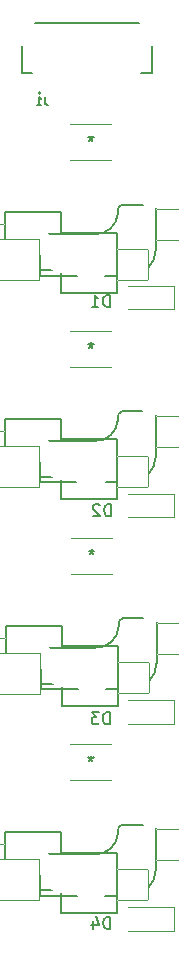
<source format=gbo>
%TF.GenerationSoftware,KiCad,Pcbnew,7.0.5-7.0.5~ubuntu22.04.1*%
%TF.CreationDate,2023-06-01T20:12:10-07:00*%
%TF.ProjectId,KeysOnRails,4b657973-4f6e-4526-9169-6c732e6b6963,rev?*%
%TF.SameCoordinates,Original*%
%TF.FileFunction,Legend,Bot*%
%TF.FilePolarity,Positive*%
%FSLAX46Y46*%
G04 Gerber Fmt 4.6, Leading zero omitted, Abs format (unit mm)*
G04 Created by KiCad (PCBNEW 7.0.5-7.0.5~ubuntu22.04.1) date 2023-06-01 20:12:10*
%MOMM*%
%LPD*%
G01*
G04 APERTURE LIST*
G04 Aperture macros list*
%AMRoundRect*
0 Rectangle with rounded corners*
0 $1 Rounding radius*
0 $2 $3 $4 $5 $6 $7 $8 $9 X,Y pos of 4 corners*
0 Add a 4 corners polygon primitive as box body*
4,1,4,$2,$3,$4,$5,$6,$7,$8,$9,$2,$3,0*
0 Add four circle primitives for the rounded corners*
1,1,$1+$1,$2,$3*
1,1,$1+$1,$4,$5*
1,1,$1+$1,$6,$7*
1,1,$1+$1,$8,$9*
0 Add four rect primitives between the rounded corners*
20,1,$1+$1,$2,$3,$4,$5,0*
20,1,$1+$1,$4,$5,$6,$7,0*
20,1,$1+$1,$6,$7,$8,$9,0*
20,1,$1+$1,$8,$9,$2,$3,0*%
G04 Aperture macros list end*
%ADD10C,0.150000*%
%ADD11C,0.127000*%
%ADD12C,0.200000*%
%ADD13C,0.120000*%
%ADD14R,0.600000X1.550000*%
%ADD15R,1.200000X1.800000*%
%ADD16C,2.300000*%
%ADD17C,1.000000*%
%ADD18C,3.000000*%
%ADD19C,4.000000*%
%ADD20R,1.803400X0.812800*%
%ADD21RoundRect,0.063500X-1.300000X-1.300000X1.300000X-1.300000X1.300000X1.300000X-1.300000X1.300000X0*%
%ADD22RoundRect,0.063500X-1.750000X-1.750000X1.750000X-1.750000X1.750000X1.750000X-1.750000X1.750000X0*%
%ADD23R,0.900000X1.200000*%
G04 APERTURE END LIST*
D10*
%TO.C,J1*%
X44525332Y-38434676D02*
X44525332Y-38891819D01*
X44525332Y-38891819D02*
X44555809Y-38983247D01*
X44555809Y-38983247D02*
X44616761Y-39044200D01*
X44616761Y-39044200D02*
X44708190Y-39074676D01*
X44708190Y-39074676D02*
X44769142Y-39074676D01*
X43885332Y-39074676D02*
X44251047Y-39074676D01*
X44068190Y-39074676D02*
X44068190Y-38434676D01*
X44068190Y-38434676D02*
X44129142Y-38526104D01*
X44129142Y-38526104D02*
X44190094Y-38587057D01*
X44190094Y-38587057D02*
X44251047Y-38617533D01*
%TO.C,SW2*%
X48429999Y-59205519D02*
X48429999Y-59443614D01*
X48668094Y-59348376D02*
X48429999Y-59443614D01*
X48429999Y-59443614D02*
X48191904Y-59348376D01*
X48572856Y-59634090D02*
X48429999Y-59443614D01*
X48429999Y-59443614D02*
X48287142Y-59634090D01*
%TO.C,SW1*%
X48429999Y-41697019D02*
X48429999Y-41935114D01*
X48668094Y-41839876D02*
X48429999Y-41935114D01*
X48429999Y-41935114D02*
X48191904Y-41839876D01*
X48572856Y-42125590D02*
X48429999Y-41935114D01*
X48429999Y-41935114D02*
X48287142Y-42125590D01*
%TO.C,SW3*%
X48498099Y-76704119D02*
X48498099Y-76942214D01*
X48736194Y-76846976D02*
X48498099Y-76942214D01*
X48498099Y-76942214D02*
X48260004Y-76846976D01*
X48640956Y-77132690D02*
X48498099Y-76942214D01*
X48498099Y-76942214D02*
X48355242Y-77132690D01*
%TO.C,SW4*%
X48429999Y-94204119D02*
X48429999Y-94442214D01*
X48668094Y-94346976D02*
X48429999Y-94442214D01*
X48429999Y-94442214D02*
X48191904Y-94346976D01*
X48572856Y-94632690D02*
X48429999Y-94442214D01*
X48429999Y-94442214D02*
X48287142Y-94632690D01*
%TO.C,D2*%
X50121994Y-73907719D02*
X50121994Y-72907719D01*
X50121994Y-72907719D02*
X49883899Y-72907719D01*
X49883899Y-72907719D02*
X49741042Y-72955338D01*
X49741042Y-72955338D02*
X49645804Y-73050576D01*
X49645804Y-73050576D02*
X49598185Y-73145814D01*
X49598185Y-73145814D02*
X49550566Y-73336290D01*
X49550566Y-73336290D02*
X49550566Y-73479147D01*
X49550566Y-73479147D02*
X49598185Y-73669623D01*
X49598185Y-73669623D02*
X49645804Y-73764861D01*
X49645804Y-73764861D02*
X49741042Y-73860100D01*
X49741042Y-73860100D02*
X49883899Y-73907719D01*
X49883899Y-73907719D02*
X50121994Y-73907719D01*
X49169613Y-73002957D02*
X49121994Y-72955338D01*
X49121994Y-72955338D02*
X49026756Y-72907719D01*
X49026756Y-72907719D02*
X48788661Y-72907719D01*
X48788661Y-72907719D02*
X48693423Y-72955338D01*
X48693423Y-72955338D02*
X48645804Y-73002957D01*
X48645804Y-73002957D02*
X48598185Y-73098195D01*
X48598185Y-73098195D02*
X48598185Y-73193433D01*
X48598185Y-73193433D02*
X48645804Y-73336290D01*
X48645804Y-73336290D02*
X49217232Y-73907719D01*
X49217232Y-73907719D02*
X48598185Y-73907719D01*
%TO.C,D4*%
X50051994Y-108847719D02*
X50051994Y-107847719D01*
X50051994Y-107847719D02*
X49813899Y-107847719D01*
X49813899Y-107847719D02*
X49671042Y-107895338D01*
X49671042Y-107895338D02*
X49575804Y-107990576D01*
X49575804Y-107990576D02*
X49528185Y-108085814D01*
X49528185Y-108085814D02*
X49480566Y-108276290D01*
X49480566Y-108276290D02*
X49480566Y-108419147D01*
X49480566Y-108419147D02*
X49528185Y-108609623D01*
X49528185Y-108609623D02*
X49575804Y-108704861D01*
X49575804Y-108704861D02*
X49671042Y-108800100D01*
X49671042Y-108800100D02*
X49813899Y-108847719D01*
X49813899Y-108847719D02*
X50051994Y-108847719D01*
X48623423Y-108181052D02*
X48623423Y-108847719D01*
X48861518Y-107800100D02*
X49099613Y-108514385D01*
X49099613Y-108514385D02*
X48480566Y-108514385D01*
%TO.C,D1*%
X50021994Y-56197719D02*
X50021994Y-55197719D01*
X50021994Y-55197719D02*
X49783899Y-55197719D01*
X49783899Y-55197719D02*
X49641042Y-55245338D01*
X49641042Y-55245338D02*
X49545804Y-55340576D01*
X49545804Y-55340576D02*
X49498185Y-55435814D01*
X49498185Y-55435814D02*
X49450566Y-55626290D01*
X49450566Y-55626290D02*
X49450566Y-55769147D01*
X49450566Y-55769147D02*
X49498185Y-55959623D01*
X49498185Y-55959623D02*
X49545804Y-56054861D01*
X49545804Y-56054861D02*
X49641042Y-56150100D01*
X49641042Y-56150100D02*
X49783899Y-56197719D01*
X49783899Y-56197719D02*
X50021994Y-56197719D01*
X48498185Y-56197719D02*
X49069613Y-56197719D01*
X48783899Y-56197719D02*
X48783899Y-55197719D01*
X48783899Y-55197719D02*
X48879137Y-55340576D01*
X48879137Y-55340576D02*
X48974375Y-55435814D01*
X48974375Y-55435814D02*
X49069613Y-55483433D01*
%TO.C,D3*%
X50021994Y-91527719D02*
X50021994Y-90527719D01*
X50021994Y-90527719D02*
X49783899Y-90527719D01*
X49783899Y-90527719D02*
X49641042Y-90575338D01*
X49641042Y-90575338D02*
X49545804Y-90670576D01*
X49545804Y-90670576D02*
X49498185Y-90765814D01*
X49498185Y-90765814D02*
X49450566Y-90956290D01*
X49450566Y-90956290D02*
X49450566Y-91099147D01*
X49450566Y-91099147D02*
X49498185Y-91289623D01*
X49498185Y-91289623D02*
X49545804Y-91384861D01*
X49545804Y-91384861D02*
X49641042Y-91480100D01*
X49641042Y-91480100D02*
X49783899Y-91527719D01*
X49783899Y-91527719D02*
X50021994Y-91527719D01*
X49117232Y-90527719D02*
X48498185Y-90527719D01*
X48498185Y-90527719D02*
X48831518Y-90908671D01*
X48831518Y-90908671D02*
X48688661Y-90908671D01*
X48688661Y-90908671D02*
X48593423Y-90956290D01*
X48593423Y-90956290D02*
X48545804Y-91003909D01*
X48545804Y-91003909D02*
X48498185Y-91099147D01*
X48498185Y-91099147D02*
X48498185Y-91337242D01*
X48498185Y-91337242D02*
X48545804Y-91432480D01*
X48545804Y-91432480D02*
X48593423Y-91480100D01*
X48593423Y-91480100D02*
X48688661Y-91527719D01*
X48688661Y-91527719D02*
X48974375Y-91527719D01*
X48974375Y-91527719D02*
X49069613Y-91480100D01*
X49069613Y-91480100D02*
X49117232Y-91432480D01*
D11*
%TO.C,J1*%
X43460000Y-36430000D02*
X42580000Y-36430000D01*
X42580000Y-36430000D02*
X42580000Y-34100000D01*
X43690000Y-32180000D02*
X52470000Y-32180000D01*
X52700000Y-36430000D02*
X53580000Y-36430000D01*
X53580000Y-36430000D02*
X53580000Y-34100000D01*
D12*
X44180000Y-38080000D02*
G75*
G03*
X44180000Y-38080000I-100000J0D01*
G01*
D10*
%TO.C,SW2*%
X41180000Y-65696500D02*
X41180000Y-70596500D01*
X41180000Y-70596500D02*
X45890000Y-70596500D01*
X44130000Y-71046500D02*
X44130000Y-68096500D01*
X44730000Y-67546500D02*
X48730000Y-67546500D01*
X45890000Y-65696500D02*
X41180000Y-65696500D01*
X45890000Y-67421500D02*
X45890000Y-65696500D01*
X45890000Y-70596500D02*
X45890000Y-72496500D01*
X45890000Y-72496500D02*
X50680000Y-72496500D01*
D13*
X46702800Y-61274700D02*
X50157200Y-61274700D01*
X50157200Y-58226700D02*
X46702800Y-58226700D01*
D10*
X50680000Y-67421500D02*
X45890000Y-67421500D01*
X50680000Y-72496500D02*
X50680000Y-67421500D01*
X50730000Y-65746500D02*
X50730000Y-65596500D01*
X51080000Y-65046500D02*
X53930000Y-65046500D01*
X51730000Y-71046500D02*
X44130000Y-71046500D01*
X53930000Y-65046500D02*
X53930000Y-68846500D01*
X44730000Y-67546500D02*
G75*
G03*
X44130000Y-68096500I-25000J-575000D01*
G01*
X48730000Y-67546498D02*
G75*
G03*
X50729998Y-65746499I100000J1899998D01*
G01*
X51080000Y-65046500D02*
G75*
G03*
X50730000Y-65596500I100000J-450000D01*
G01*
X51730000Y-71046500D02*
G75*
G03*
X53930000Y-68846500I0J2200000D01*
G01*
%TO.C,SW1*%
X41180000Y-48188000D02*
X41180000Y-53088000D01*
X41180000Y-53088000D02*
X45890000Y-53088000D01*
X44130000Y-53538000D02*
X44130000Y-50588000D01*
X44730000Y-50038000D02*
X48730000Y-50038000D01*
X45890000Y-48188000D02*
X41180000Y-48188000D01*
X45890000Y-49913000D02*
X45890000Y-48188000D01*
X45890000Y-53088000D02*
X45890000Y-54988000D01*
X45890000Y-54988000D02*
X50680000Y-54988000D01*
D13*
X46702800Y-43766200D02*
X50157200Y-43766200D01*
X50157200Y-40718200D02*
X46702800Y-40718200D01*
D10*
X50680000Y-49913000D02*
X45890000Y-49913000D01*
X50680000Y-54988000D02*
X50680000Y-49913000D01*
X50730000Y-48238000D02*
X50730000Y-48088000D01*
X51080000Y-47538000D02*
X53930000Y-47538000D01*
X51730000Y-53538000D02*
X44130000Y-53538000D01*
X53930000Y-47538000D02*
X53930000Y-51338000D01*
X44730000Y-50038000D02*
G75*
G03*
X44130000Y-50588000I-25000J-575000D01*
G01*
X48730000Y-50037998D02*
G75*
G03*
X50729998Y-48237999I100000J1899998D01*
G01*
X51080000Y-47538000D02*
G75*
G03*
X50730000Y-48088000I100000J-450000D01*
G01*
X51730000Y-53538000D02*
G75*
G03*
X53930000Y-51338000I0J2200000D01*
G01*
%TO.C,SW3*%
X41248100Y-83195100D02*
X41248100Y-88095100D01*
X41248100Y-88095100D02*
X45958100Y-88095100D01*
X44198100Y-88545100D02*
X44198100Y-85595100D01*
X44798100Y-85045100D02*
X48798100Y-85045100D01*
X45958100Y-83195100D02*
X41248100Y-83195100D01*
X45958100Y-84920100D02*
X45958100Y-83195100D01*
X45958100Y-88095100D02*
X45958100Y-89995100D01*
X45958100Y-89995100D02*
X50748100Y-89995100D01*
D13*
X46770900Y-78773300D02*
X50225300Y-78773300D01*
X50225300Y-75725300D02*
X46770900Y-75725300D01*
D10*
X50748100Y-84920100D02*
X45958100Y-84920100D01*
X50748100Y-89995100D02*
X50748100Y-84920100D01*
X50798100Y-83245100D02*
X50798100Y-83095100D01*
X51148100Y-82545100D02*
X53998100Y-82545100D01*
X51798100Y-88545100D02*
X44198100Y-88545100D01*
X53998100Y-82545100D02*
X53998100Y-86345100D01*
X44798100Y-85045100D02*
G75*
G03*
X44198100Y-85595100I-25000J-575000D01*
G01*
X48798100Y-85045098D02*
G75*
G03*
X50798098Y-83245099I100000J1899998D01*
G01*
X51148100Y-82545100D02*
G75*
G03*
X50798100Y-83095100I100000J-450000D01*
G01*
X51798100Y-88545100D02*
G75*
G03*
X53998100Y-86345100I0J2200000D01*
G01*
%TO.C,SW4*%
X41180000Y-100695100D02*
X41180000Y-105595100D01*
X41180000Y-105595100D02*
X45890000Y-105595100D01*
X44130000Y-106045100D02*
X44130000Y-103095100D01*
X44730000Y-102545100D02*
X48730000Y-102545100D01*
X45890000Y-100695100D02*
X41180000Y-100695100D01*
X45890000Y-102420100D02*
X45890000Y-100695100D01*
X45890000Y-105595100D02*
X45890000Y-107495100D01*
X45890000Y-107495100D02*
X50680000Y-107495100D01*
D13*
X46702800Y-96273300D02*
X50157200Y-96273300D01*
X50157200Y-93225300D02*
X46702800Y-93225300D01*
D10*
X50680000Y-102420100D02*
X45890000Y-102420100D01*
X50680000Y-107495100D02*
X50680000Y-102420100D01*
X50730000Y-100745100D02*
X50730000Y-100595100D01*
X51080000Y-100045100D02*
X53930000Y-100045100D01*
X51730000Y-106045100D02*
X44130000Y-106045100D01*
X53930000Y-100045100D02*
X53930000Y-103845100D01*
X44730000Y-102545100D02*
G75*
G03*
X44130000Y-103095100I-25000J-575000D01*
G01*
X48730000Y-102545098D02*
G75*
G03*
X50729998Y-100745099I100000J1899998D01*
G01*
X51080000Y-100045100D02*
G75*
G03*
X50730000Y-100595100I100000J-450000D01*
G01*
X51730000Y-106045100D02*
G75*
G03*
X53930000Y-103845100I0J2200000D01*
G01*
D13*
%TO.C,D2*%
X55470000Y-72000000D02*
X51570000Y-72000000D01*
X55470000Y-72000000D02*
X55470000Y-74000000D01*
X55470000Y-74000000D02*
X51570000Y-74000000D01*
%TO.C,D4*%
X55500000Y-107000000D02*
X51600000Y-107000000D01*
X55500000Y-107000000D02*
X55500000Y-109000000D01*
X55500000Y-109000000D02*
X51600000Y-109000000D01*
%TO.C,D1*%
X55470000Y-54410000D02*
X51570000Y-54410000D01*
X55470000Y-54410000D02*
X55470000Y-56410000D01*
X55470000Y-56410000D02*
X51570000Y-56410000D01*
%TO.C,D3*%
X55470000Y-89500000D02*
X51570000Y-89500000D01*
X55470000Y-89500000D02*
X55470000Y-91500000D01*
X55470000Y-91500000D02*
X51570000Y-91500000D01*
%TD*%
%LPC*%
D14*
%TO.C,J1*%
X44080000Y-36755000D03*
D15*
X42780000Y-32880000D03*
X53380000Y-32880000D03*
D14*
X45080000Y-36755000D03*
X46080000Y-36755000D03*
X47080000Y-36755000D03*
X48080000Y-36755000D03*
X49080000Y-36755000D03*
X50080000Y-36755000D03*
X51080000Y-36755000D03*
X52080000Y-36755000D03*
%TD*%
D16*
%TO.C,SW2*%
X43130000Y-64246500D03*
D17*
X43210000Y-60630700D03*
D18*
X43430000Y-68046500D03*
X45890000Y-69326500D03*
D19*
X48430000Y-64246500D03*
D18*
X48430000Y-70146500D03*
X52240000Y-66786500D03*
D17*
X53650000Y-60630700D03*
D16*
X53730000Y-64246500D03*
D20*
X50931900Y-59001400D03*
D21*
X39790000Y-68046500D03*
X51990000Y-70146500D03*
D20*
X45928100Y-59001400D03*
X50931900Y-60500000D03*
X45928100Y-60500000D03*
D22*
X42340000Y-69761500D03*
D21*
X55290000Y-66786500D03*
%TD*%
D16*
%TO.C,SW1*%
X43130000Y-46738000D03*
D17*
X43210000Y-43122200D03*
D18*
X43430000Y-50538000D03*
X45890000Y-51818000D03*
D19*
X48430000Y-46738000D03*
D18*
X48430000Y-52638000D03*
X52240000Y-49278000D03*
D17*
X53650000Y-43122200D03*
D16*
X53730000Y-46738000D03*
D20*
X50931900Y-41492900D03*
D21*
X39790000Y-50538000D03*
X51990000Y-52638000D03*
D20*
X45928100Y-41492900D03*
X50931900Y-42991500D03*
X45928100Y-42991500D03*
D22*
X42340000Y-52253000D03*
D21*
X55290000Y-49278000D03*
%TD*%
D16*
%TO.C,SW3*%
X43198100Y-81745100D03*
D17*
X43278100Y-78129300D03*
D18*
X43498100Y-85545100D03*
X45958100Y-86825100D03*
D19*
X48498100Y-81745100D03*
D18*
X48498100Y-87645100D03*
X52308100Y-84285100D03*
D17*
X53718100Y-78129300D03*
D16*
X53798100Y-81745100D03*
D20*
X51000000Y-76500000D03*
D21*
X39858100Y-85545100D03*
X52058100Y-87645100D03*
D20*
X45996200Y-76500000D03*
X51000000Y-77998600D03*
X45996200Y-77998600D03*
D22*
X42408100Y-87260100D03*
D21*
X55358100Y-84285100D03*
%TD*%
D16*
%TO.C,SW4*%
X43130000Y-99245100D03*
D17*
X43210000Y-95629300D03*
D18*
X43430000Y-103045100D03*
X45890000Y-104325100D03*
D19*
X48430000Y-99245100D03*
D18*
X48430000Y-105145100D03*
X52240000Y-101785100D03*
D17*
X53650000Y-95629300D03*
D16*
X53730000Y-99245100D03*
D20*
X50931900Y-94000000D03*
D21*
X39790000Y-103045100D03*
X51990000Y-105145100D03*
D20*
X45928100Y-94000000D03*
X50931900Y-95498600D03*
X45928100Y-95498600D03*
D22*
X42340000Y-104760100D03*
D21*
X55290000Y-101785100D03*
%TD*%
D23*
%TO.C,D2*%
X54870000Y-73000000D03*
X51570000Y-73000000D03*
%TD*%
%TO.C,D4*%
X54900000Y-108000000D03*
X51600000Y-108000000D03*
%TD*%
%TO.C,D1*%
X54870000Y-55410000D03*
X51570000Y-55410000D03*
%TD*%
%TO.C,D3*%
X54870000Y-90500000D03*
X51570000Y-90500000D03*
%TD*%
%LPD*%
M02*

</source>
